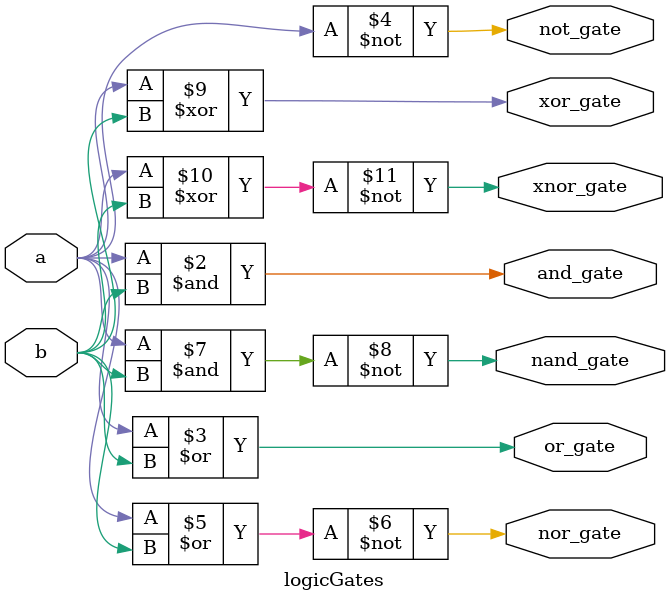
<source format=v>
`timescale 1ns / 1ps
module logicGates(
    input a,b,
    output reg and_gate,
    output reg or_gate,
    output reg not_gate,
    output reg nor_gate,
    output reg nand_gate,
    output reg xor_gate,
    output reg xnor_gate
    );
    always@(*)
        begin
            and_gate=a&b;
            or_gate=a|b;
            not_gate=~a;
            nor_gate=~(a|b);
            nand_gate=~(a&b);
            xor_gate=a^b;
            xnor_gate=~(a^b);
        end
endmodule

</source>
